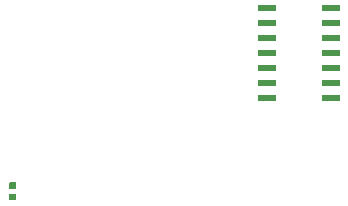
<source format=gbp>
G04 #@! TF.GenerationSoftware,KiCad,Pcbnew,(5.0.0)*
G04 #@! TF.CreationDate,2019-01-09T16:41:51-03:00*
G04 #@! TF.ProjectId,PCB_C,5043425F432E6B696361645F70636200,rev?*
G04 #@! TF.SameCoordinates,Original*
G04 #@! TF.FileFunction,Paste,Bot*
G04 #@! TF.FilePolarity,Positive*
%FSLAX46Y46*%
G04 Gerber Fmt 4.6, Leading zero omitted, Abs format (unit mm)*
G04 Created by KiCad (PCBNEW (5.0.0)) date 01/09/19 16:41:51*
%MOMM*%
%LPD*%
G01*
G04 APERTURE LIST*
%ADD10R,1.500000X0.600000*%
%ADD11C,0.100000*%
%ADD12C,0.590000*%
G04 APERTURE END LIST*
D10*
G04 #@! TO.C,U7*
X-1277600Y-3098800D03*
X-1277600Y-1828800D03*
X-1277600Y-558800D03*
X-1277600Y711200D03*
X-1277600Y1981200D03*
X-1277600Y3251200D03*
X-1277600Y4521200D03*
X4122400Y4521200D03*
X4122400Y3251200D03*
X4122400Y1981200D03*
X4122400Y711200D03*
X4122400Y-558800D03*
X4122400Y-1828800D03*
X4122400Y-3098800D03*
G04 #@! TD*
D11*
G04 #@! TO.C,C22*
G36*
X-22622242Y-11186510D02*
X-22607924Y-11188634D01*
X-22593883Y-11192151D01*
X-22580254Y-11197028D01*
X-22567169Y-11203217D01*
X-22554753Y-11210658D01*
X-22543127Y-11219281D01*
X-22532402Y-11229002D01*
X-22522681Y-11239727D01*
X-22514058Y-11251353D01*
X-22506617Y-11263769D01*
X-22500428Y-11276854D01*
X-22495551Y-11290483D01*
X-22492034Y-11304524D01*
X-22489910Y-11318842D01*
X-22489200Y-11333300D01*
X-22489200Y-11628300D01*
X-22489910Y-11642758D01*
X-22492034Y-11657076D01*
X-22495551Y-11671117D01*
X-22500428Y-11684746D01*
X-22506617Y-11697831D01*
X-22514058Y-11710247D01*
X-22522681Y-11721873D01*
X-22532402Y-11732598D01*
X-22543127Y-11742319D01*
X-22554753Y-11750942D01*
X-22567169Y-11758383D01*
X-22580254Y-11764572D01*
X-22593883Y-11769449D01*
X-22607924Y-11772966D01*
X-22622242Y-11775090D01*
X-22636700Y-11775800D01*
X-22981700Y-11775800D01*
X-22996158Y-11775090D01*
X-23010476Y-11772966D01*
X-23024517Y-11769449D01*
X-23038146Y-11764572D01*
X-23051231Y-11758383D01*
X-23063647Y-11750942D01*
X-23075273Y-11742319D01*
X-23085998Y-11732598D01*
X-23095719Y-11721873D01*
X-23104342Y-11710247D01*
X-23111783Y-11697831D01*
X-23117972Y-11684746D01*
X-23122849Y-11671117D01*
X-23126366Y-11657076D01*
X-23128490Y-11642758D01*
X-23129200Y-11628300D01*
X-23129200Y-11333300D01*
X-23128490Y-11318842D01*
X-23126366Y-11304524D01*
X-23122849Y-11290483D01*
X-23117972Y-11276854D01*
X-23111783Y-11263769D01*
X-23104342Y-11251353D01*
X-23095719Y-11239727D01*
X-23085998Y-11229002D01*
X-23075273Y-11219281D01*
X-23063647Y-11210658D01*
X-23051231Y-11203217D01*
X-23038146Y-11197028D01*
X-23024517Y-11192151D01*
X-23010476Y-11188634D01*
X-22996158Y-11186510D01*
X-22981700Y-11185800D01*
X-22636700Y-11185800D01*
X-22622242Y-11186510D01*
X-22622242Y-11186510D01*
G37*
D12*
X-22809200Y-11480800D03*
D11*
G36*
X-22622242Y-10216510D02*
X-22607924Y-10218634D01*
X-22593883Y-10222151D01*
X-22580254Y-10227028D01*
X-22567169Y-10233217D01*
X-22554753Y-10240658D01*
X-22543127Y-10249281D01*
X-22532402Y-10259002D01*
X-22522681Y-10269727D01*
X-22514058Y-10281353D01*
X-22506617Y-10293769D01*
X-22500428Y-10306854D01*
X-22495551Y-10320483D01*
X-22492034Y-10334524D01*
X-22489910Y-10348842D01*
X-22489200Y-10363300D01*
X-22489200Y-10658300D01*
X-22489910Y-10672758D01*
X-22492034Y-10687076D01*
X-22495551Y-10701117D01*
X-22500428Y-10714746D01*
X-22506617Y-10727831D01*
X-22514058Y-10740247D01*
X-22522681Y-10751873D01*
X-22532402Y-10762598D01*
X-22543127Y-10772319D01*
X-22554753Y-10780942D01*
X-22567169Y-10788383D01*
X-22580254Y-10794572D01*
X-22593883Y-10799449D01*
X-22607924Y-10802966D01*
X-22622242Y-10805090D01*
X-22636700Y-10805800D01*
X-22981700Y-10805800D01*
X-22996158Y-10805090D01*
X-23010476Y-10802966D01*
X-23024517Y-10799449D01*
X-23038146Y-10794572D01*
X-23051231Y-10788383D01*
X-23063647Y-10780942D01*
X-23075273Y-10772319D01*
X-23085998Y-10762598D01*
X-23095719Y-10751873D01*
X-23104342Y-10740247D01*
X-23111783Y-10727831D01*
X-23117972Y-10714746D01*
X-23122849Y-10701117D01*
X-23126366Y-10687076D01*
X-23128490Y-10672758D01*
X-23129200Y-10658300D01*
X-23129200Y-10363300D01*
X-23128490Y-10348842D01*
X-23126366Y-10334524D01*
X-23122849Y-10320483D01*
X-23117972Y-10306854D01*
X-23111783Y-10293769D01*
X-23104342Y-10281353D01*
X-23095719Y-10269727D01*
X-23085998Y-10259002D01*
X-23075273Y-10249281D01*
X-23063647Y-10240658D01*
X-23051231Y-10233217D01*
X-23038146Y-10227028D01*
X-23024517Y-10222151D01*
X-23010476Y-10218634D01*
X-22996158Y-10216510D01*
X-22981700Y-10215800D01*
X-22636700Y-10215800D01*
X-22622242Y-10216510D01*
X-22622242Y-10216510D01*
G37*
D12*
X-22809200Y-10510800D03*
G04 #@! TD*
M02*

</source>
